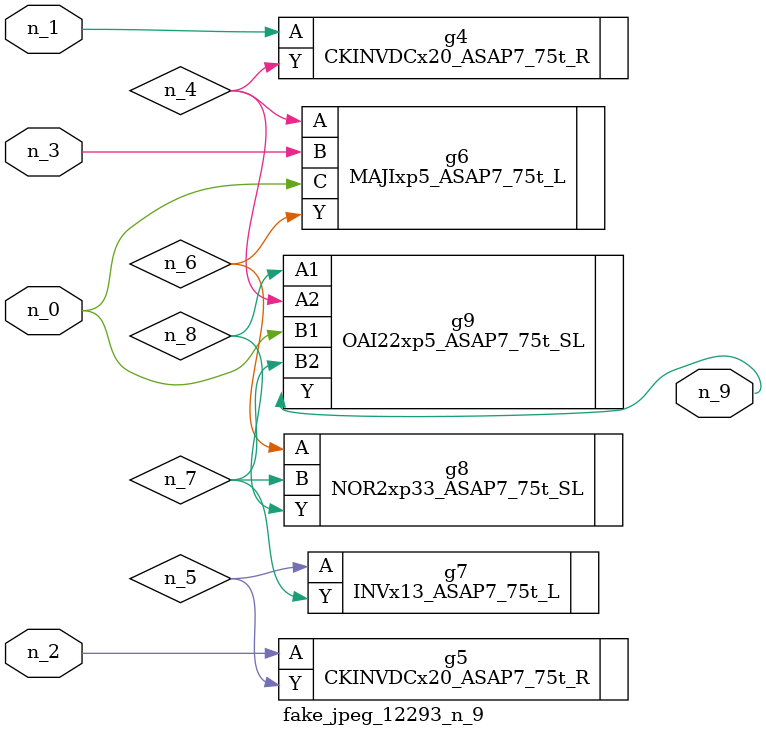
<source format=v>
module fake_jpeg_12293_n_9 (n_0, n_3, n_2, n_1, n_9);

input n_0;
input n_3;
input n_2;
input n_1;

output n_9;

wire n_4;
wire n_8;
wire n_6;
wire n_5;
wire n_7;

CKINVDCx20_ASAP7_75t_R g4 ( 
.A(n_1),
.Y(n_4)
);

CKINVDCx20_ASAP7_75t_R g5 ( 
.A(n_2),
.Y(n_5)
);

MAJIxp5_ASAP7_75t_L g6 ( 
.A(n_4),
.B(n_3),
.C(n_0),
.Y(n_6)
);

NOR2xp33_ASAP7_75t_SL g8 ( 
.A(n_6),
.B(n_7),
.Y(n_8)
);

INVx13_ASAP7_75t_L g7 ( 
.A(n_5),
.Y(n_7)
);

OAI22xp5_ASAP7_75t_SL g9 ( 
.A1(n_8),
.A2(n_4),
.B1(n_0),
.B2(n_7),
.Y(n_9)
);


endmodule
</source>
